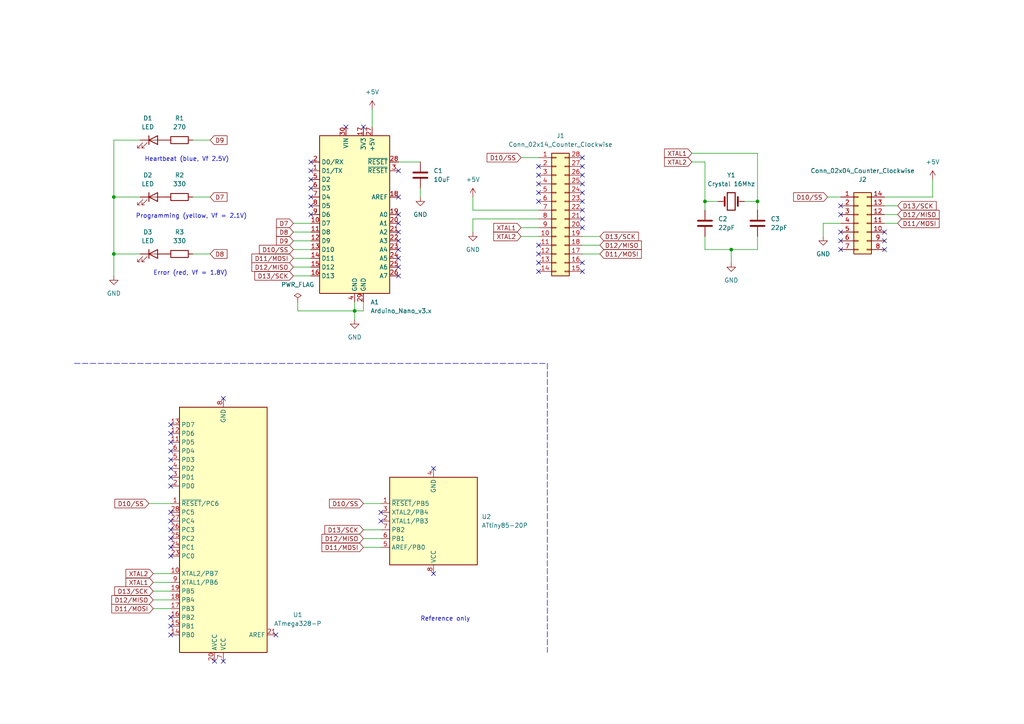
<source format=kicad_sch>
(kicad_sch (version 20211123) (generator eeschema)
  (paper "A4")
  (lib_symbols
    (symbol "Connector_Generic:Conn_02x07_Counter_Clockwise" (pin_names (offset 1.016) hide)
      (property "Reference" "J" (at 1.27 10.16 0))
      (property "Value" "Conn_02x07_Counter_Clockwise" (at 1.27 -10.16 0))
      (symbol "Conn_02x07_Counter_Clockwise_1_1"
        (rectangle (start -1.27 -7.493) (end 0 -7.747) (stroke (width 0.1524)))
        (rectangle (start -1.27 -4.953) (end 0 -5.207) (stroke (width 0.1524)))
        (rectangle (start -1.27 -2.413) (end 0 -2.667) (stroke (width 0.1524)))
        (rectangle (start -1.27 0.127) (end 0 -0.127) (stroke (width 0.1524)))
        (rectangle (start -1.27 2.667) (end 0 2.413) (stroke (width 0.1524)))
        (rectangle (start -1.27 5.207) (end 0 4.953) (stroke (width 0.1524)))
        (rectangle (start -1.27 7.747) (end 0 7.493) (stroke (width 0.1524)))
        (rectangle (start -1.27 8.89) (end 3.81 -8.89) (stroke (width 0.254)) (fill (type background)))
        (rectangle (start 3.81 -7.493) (end 2.54 -7.747) (stroke (width 0.1524)))
        (rectangle (start 3.81 -4.953) (end 2.54 -5.207) (stroke (width 0.1524)))
        (rectangle (start 3.81 -2.413) (end 2.54 -2.667) (stroke (width 0.1524)))
        (rectangle (start 3.81 0.127) (end 2.54 -0.127) (stroke (width 0.1524)))
        (rectangle (start 3.81 2.667) (end 2.54 2.413) (stroke (width 0.1524)))
        (rectangle (start 3.81 5.207) (end 2.54 4.953) (stroke (width 0.1524)))
        (rectangle (start 3.81 7.747) (end 2.54 7.493) (stroke (width 0.1524)))
        (pin passive line (at -5.08 7.62 0) (length 3.81) (name "Pin_1") (number "1"))
        (pin passive line (at 7.62 -2.54 180) (length 3.81) (name "Pin_10") (number "10"))
        (pin passive line (at 7.62 0 180) (length 3.81) (name "Pin_11") (number "11"))
        (pin passive line (at 7.62 2.54 180) (length 3.81) (name "Pin_12") (number "12"))
        (pin passive line (at 7.62 5.08 180) (length 3.81) (name "Pin_13") (number "13"))
        (pin passive line (at 7.62 7.62 180) (length 3.81) (name "Pin_14") (number "14"))
        (pin passive line (at -5.08 5.08 0) (length 3.81) (name "Pin_2") (number "2"))
        (pin passive line (at -5.08 2.54 0) (length 3.81) (name "Pin_3") (number "3"))
        (pin passive line (at -5.08 0 0) (length 3.81) (name "Pin_4") (number "4"))
        (pin passive line (at -5.08 -2.54 0) (length 3.81) (name "Pin_5") (number "5"))
        (pin passive line (at -5.08 -5.08 0) (length 3.81) (name "Pin_6") (number "6"))
        (pin passive line (at -5.08 -7.62 0) (length 3.81) (name "Pin_7") (number "7"))
        (pin passive line (at 7.62 -7.62 180) (length 3.81) (name "Pin_8") (number "8"))
        (pin passive line (at 7.62 -5.08 180) (length 3.81) (name "Pin_9") (number "9"))
      )
    )
    (symbol "Connector_Generic:Conn_02x14_Counter_Clockwise" (pin_names (offset 1.016) hide)
      (property "Reference" "J" (at 1.27 17.78 0))
      (property "Value" "Conn_02x14_Counter_Clockwise" (at 1.27 -20.32 0))
      (symbol "Conn_02x14_Counter_Clockwise_1_1"
        (rectangle (start -1.27 -17.653) (end 0 -17.907) (stroke (width 0.1524)))
        (rectangle (start -1.27 -15.113) (end 0 -15.367) (stroke (width 0.1524)))
        (rectangle (start -1.27 -12.573) (end 0 -12.827) (stroke (width 0.1524)))
        (rectangle (start -1.27 -10.033) (end 0 -10.287) (stroke (width 0.1524)))
        (rectangle (start -1.27 -7.493) (end 0 -7.747) (stroke (width 0.1524)))
        (rectangle (start -1.27 -4.953) (end 0 -5.207) (stroke (width 0.1524)))
        (rectangle (start -1.27 -2.413) (end 0 -2.667) (stroke (width 0.1524)))
        (rectangle (start -1.27 0.127) (end 0 -0.127) (stroke (width 0.1524)))
        (rectangle (start -1.27 2.667) (end 0 2.413) (stroke (width 0.1524)))
        (rectangle (start -1.27 5.207) (end 0 4.953) (stroke (width 0.1524)))
        (rectangle (start -1.27 7.747) (end 0 7.493) (stroke (width 0.1524)))
        (rectangle (start -1.27 10.287) (end 0 10.033) (stroke (width 0.1524)))
        (rectangle (start -1.27 12.827) (end 0 12.573) (stroke (width 0.1524)))
        (rectangle (start -1.27 15.367) (end 0 15.113) (stroke (width 0.1524)))
        (rectangle (start -1.27 16.51) (end 3.81 -19.05) (stroke (width 0.254)) (fill (type background)))
        (rectangle (start 3.81 -17.653) (end 2.54 -17.907) (stroke (width 0.1524)))
        (rectangle (start 3.81 -15.113) (end 2.54 -15.367) (stroke (width 0.1524)))
        (rectangle (start 3.81 -12.573) (end 2.54 -12.827) (stroke (width 0.1524)))
        (rectangle (start 3.81 -10.033) (end 2.54 -10.287) (stroke (width 0.1524)))
        (rectangle (start 3.81 -7.493) (end 2.54 -7.747) (stroke (width 0.1524)))
        (rectangle (start 3.81 -4.953) (end 2.54 -5.207) (stroke (width 0.1524)))
        (rectangle (start 3.81 -2.413) (end 2.54 -2.667) (stroke (width 0.1524)))
        (rectangle (start 3.81 0.127) (end 2.54 -0.127) (stroke (width 0.1524)))
        (rectangle (start 3.81 2.667) (end 2.54 2.413) (stroke (width 0.1524)))
        (rectangle (start 3.81 5.207) (end 2.54 4.953) (stroke (width 0.1524)))
        (rectangle (start 3.81 7.747) (end 2.54 7.493) (stroke (width 0.1524)))
        (rectangle (start 3.81 10.287) (end 2.54 10.033) (stroke (width 0.1524)))
        (rectangle (start 3.81 12.827) (end 2.54 12.573) (stroke (width 0.1524)))
        (rectangle (start 3.81 15.367) (end 2.54 15.113) (stroke (width 0.1524)))
        (pin passive line (at -5.08 15.24 0) (length 3.81) (name "Pin_1") (number "1"))
        (pin passive line (at -5.08 -7.62 0) (length 3.81) (name "Pin_10") (number "10"))
        (pin passive line (at -5.08 -10.16 0) (length 3.81) (name "Pin_11") (number "11"))
        (pin passive line (at -5.08 -12.7 0) (length 3.81) (name "Pin_12") (number "12"))
        (pin passive line (at -5.08 -15.24 0) (length 3.81) (name "Pin_13") (number "13"))
        (pin passive line (at -5.08 -17.78 0) (length 3.81) (name "Pin_14") (number "14"))
        (pin passive line (at 7.62 -17.78 180) (length 3.81) (name "Pin_15") (number "15"))
        (pin passive line (at 7.62 -15.24 180) (length 3.81) (name "Pin_16") (number "16"))
        (pin passive line (at 7.62 -12.7 180) (length 3.81) (name "Pin_17") (number "17"))
        (pin passive line (at 7.62 -10.16 180) (length 3.81) (name "Pin_18") (number "18"))
        (pin passive line (at 7.62 -7.62 180) (length 3.81) (name "Pin_19") (number "19"))
        (pin passive line (at -5.08 12.7 0) (length 3.81) (name "Pin_2") (number "2"))
        (pin passive line (at 7.62 -5.08 180) (length 3.81) (name "Pin_20") (number "20"))
        (pin passive line (at 7.62 -2.54 180) (length 3.81) (name "Pin_21") (number "21"))
        (pin passive line (at 7.62 0 180) (length 3.81) (name "Pin_22") (number "22"))
        (pin passive line (at 7.62 2.54 180) (length 3.81) (name "Pin_23") (number "23"))
        (pin passive line (at 7.62 5.08 180) (length 3.81) (name "Pin_24") (number "24"))
        (pin passive line (at 7.62 7.62 180) (length 3.81) (name "Pin_25") (number "25"))
        (pin passive line (at 7.62 10.16 180) (length 3.81) (name "Pin_26") (number "26"))
        (pin passive line (at 7.62 12.7 180) (length 3.81) (name "Pin_27") (number "27"))
        (pin passive line (at 7.62 15.24 180) (length 3.81) (name "Pin_28") (number "28"))
        (pin passive line (at -5.08 10.16 0) (length 3.81) (name "Pin_3") (number "3"))
        (pin passive line (at -5.08 7.62 0) (length 3.81) (name "Pin_4") (number "4"))
        (pin passive line (at -5.08 5.08 0) (length 3.81) (name "Pin_5") (number "5"))
        (pin passive line (at -5.08 2.54 0) (length 3.81) (name "Pin_6") (number "6"))
        (pin passive line (at -5.08 0 0) (length 3.81) (name "Pin_7") (number "7"))
        (pin passive line (at -5.08 -2.54 0) (length 3.81) (name "Pin_8") (number "8"))
        (pin passive line (at -5.08 -5.08 0) (length 3.81) (name "Pin_9") (number "9"))
      )
    )
    (symbol "Device:C" (pin_numbers hide) (pin_names (offset 0.254))
      (property "Reference" "C" (at 0.635 2.54 0))
      (property "Value" "C" (at 0.635 -2.54 0))
      (symbol "C_0_1"
        (polyline (pts (xy -2.032 -0.762) (xy 2.032 -0.762)) (stroke (width 0.508)))
        (polyline (pts (xy -2.032 0.762) (xy 2.032 0.762)) (stroke (width 0.508)))
      )
      (symbol "C_1_1"
        (pin passive line (at 0 3.81 270) (length 2.794) (name "~") (number "1"))
        (pin passive line (at 0 -3.81 90) (length 2.794) (name "~") (number "2"))
      )
    )
    (symbol "Device:Crystal" (pin_numbers hide) (pin_names (offset 1.016) hide)
      (property "Reference" "Y" (at 0 3.81 0))
      (property "Value" "Crystal" (at 0 -3.81 0))
      (symbol "Crystal_0_1"
        (rectangle (start -1.143 2.54) (end 1.143 -2.54) (stroke (width 0.3048)))
        (polyline (pts (xy -2.54 0) (xy -1.905 0)))
        (polyline (pts (xy -1.905 -1.27) (xy -1.905 1.27)) (stroke (width 0.508)))
        (polyline (pts (xy 1.905 -1.27) (xy 1.905 1.27)) (stroke (width 0.508)))
        (polyline (pts (xy 2.54 0) (xy 1.905 0)))
      )
      (symbol "Crystal_1_1"
        (pin passive line (at -3.81 0 0) (length 1.27) (name "1") (number "1"))
        (pin passive line (at 3.81 0 180) (length 1.27) (name "2") (number "2"))
      )
    )
    (symbol "Device:LED" (pin_numbers hide) (pin_names (offset 1.016) hide)
      (property "Reference" "D" (at 0 2.54 0))
      (property "Value" "LED" (at 0 -2.54 0))
      (symbol "LED_0_1"
        (polyline (pts (xy -1.27 -1.27) (xy -1.27 1.27)) (stroke (width 0.254)))
        (polyline (pts (xy -1.27 0) (xy 1.27 0)))
        (polyline (pts (xy 1.27 -1.27) (xy 1.27 1.27) (xy -1.27 0) (xy 1.27 -1.27)) (stroke (width 0.254)))
        (polyline (pts (xy -3.048 -0.762) (xy -4.572 -2.286) (xy -3.81 -2.286) (xy -4.572 -2.286) (xy -4.572 -1.524)))
        (polyline (pts (xy -1.778 -0.762) (xy -3.302 -2.286) (xy -2.54 -2.286) (xy -3.302 -2.286) (xy -3.302 -1.524)))
      )
      (symbol "LED_1_1"
        (pin passive line (at -3.81 0 0) (length 2.54) (name "K") (number "1"))
        (pin passive line (at 3.81 0 180) (length 2.54) (name "A") (number "2"))
      )
    )
    (symbol "Device:R" (pin_numbers hide) (pin_names (offset 0))
      (property "Reference" "R" (at 2.032 0 90))
      (property "Value" "R" (at 0 0 90))
      (symbol "R_0_1"
        (rectangle (start -1.016 -2.54) (end 1.016 2.54) (stroke (width 0.254)))
      )
      (symbol "R_1_1"
        (pin passive line (at 0 3.81 270) (length 1.27) (name "~") (number "1"))
        (pin passive line (at 0 -3.81 90) (length 1.27) (name "~") (number "2"))
      )
    )
    (symbol "MCU_Microchip_ATmega:ATmega328-P"
      (property "Reference" "U" (at -12.7 36.83 0))
      (property "Value" "ATmega328-P" (at 2.54 -36.83 0))
      (symbol "ATmega328-P_0_1"
        (rectangle (start -12.7 -35.56) (end 12.7 35.56) (stroke (width 0.254)) (fill (type background)))
      )
      (symbol "ATmega328-P_1_1"
        (pin bidirectional line (at 15.24 -7.62 180) (length 2.54) (name "~{RESET}/PC6") (number "1"))
        (pin bidirectional line (at 15.24 12.7 180) (length 2.54) (name "XTAL2/PB7") (number "10"))
        (pin bidirectional line (at 15.24 -25.4 180) (length 2.54) (name "PD5") (number "11"))
        (pin bidirectional line (at 15.24 -27.94 180) (length 2.54) (name "PD6") (number "12"))
        (pin bidirectional line (at 15.24 -30.48 180) (length 2.54) (name "PD7") (number "13"))
        (pin bidirectional line (at 15.24 30.48 180) (length 2.54) (name "PB0") (number "14"))
        (pin bidirectional line (at 15.24 27.94 180) (length 2.54) (name "PB1") (number "15"))
        (pin bidirectional line (at 15.24 25.4 180) (length 2.54) (name "PB2") (number "16"))
        (pin bidirectional line (at 15.24 22.86 180) (length 2.54) (name "PB3") (number "17"))
        (pin bidirectional line (at 15.24 20.32 180) (length 2.54) (name "PB4") (number "18"))
        (pin bidirectional line (at 15.24 17.78 180) (length 2.54) (name "PB5") (number "19"))
        (pin bidirectional line (at 15.24 -12.7 180) (length 2.54) (name "PD0") (number "2"))
        (pin power_in line (at 2.54 38.1 270) (length 2.54) (name "AVCC") (number "20"))
        (pin passive line (at -15.24 30.48 0) (length 2.54) (name "AREF") (number "21"))
        (pin passive line (at 0 -38.1 90) (length 2.54) hide (name "GND") (number "22"))
        (pin bidirectional line (at 15.24 7.62 180) (length 2.54) (name "PC0") (number "23"))
        (pin bidirectional line (at 15.24 5.08 180) (length 2.54) (name "PC1") (number "24"))
        (pin bidirectional line (at 15.24 2.54 180) (length 2.54) (name "PC2") (number "25"))
        (pin bidirectional line (at 15.24 0 180) (length 2.54) (name "PC3") (number "26"))
        (pin bidirectional line (at 15.24 -2.54 180) (length 2.54) (name "PC4") (number "27"))
        (pin bidirectional line (at 15.24 -5.08 180) (length 2.54) (name "PC5") (number "28"))
        (pin bidirectional line (at 15.24 -15.24 180) (length 2.54) (name "PD1") (number "3"))
        (pin bidirectional line (at 15.24 -17.78 180) (length 2.54) (name "PD2") (number "4"))
        (pin bidirectional line (at 15.24 -20.32 180) (length 2.54) (name "PD3") (number "5"))
        (pin bidirectional line (at 15.24 -22.86 180) (length 2.54) (name "PD4") (number "6"))
        (pin power_in line (at 0 38.1 270) (length 2.54) (name "VCC") (number "7"))
        (pin power_in line (at 0 -38.1 90) (length 2.54) (name "GND") (number "8"))
        (pin bidirectional line (at 15.24 15.24 180) (length 2.54) (name "XTAL1/PB6") (number "9"))
      )
    )
    (symbol "MCU_Microchip_ATtiny:ATtiny85-20P"
      (property "Reference" "U" (at -12.7 13.97 0))
      (property "Value" "ATtiny85-20P" (at 2.54 -13.97 0))
      (symbol "ATtiny85-20P_0_1"
        (rectangle (start -12.7 -12.7) (end 12.7 12.7) (stroke (width 0.254)) (fill (type background)))
      )
      (symbol "ATtiny85-20P_1_1"
        (pin bidirectional line (at 15.24 -5.08 180) (length 2.54) (name "~{RESET}/PB5") (number "1"))
        (pin bidirectional line (at 15.24 0 180) (length 2.54) (name "XTAL1/PB3") (number "2"))
        (pin bidirectional line (at 15.24 -2.54 180) (length 2.54) (name "XTAL2/PB4") (number "3"))
        (pin power_in line (at 0 -15.24 90) (length 2.54) (name "GND") (number "4"))
        (pin bidirectional line (at 15.24 7.62 180) (length 2.54) (name "AREF/PB0") (number "5"))
        (pin bidirectional line (at 15.24 5.08 180) (length 2.54) (name "PB1") (number "6"))
        (pin bidirectional line (at 15.24 2.54 180) (length 2.54) (name "PB2") (number "7"))
        (pin power_in line (at 0 15.24 270) (length 2.54) (name "VCC") (number "8"))
      )
    )
    (symbol "MCU_Module:Arduino_Nano_v3.x"
      (property "Reference" "A" (at -10.16 23.495 0))
      (property "Value" "Arduino_Nano_v3.x" (at 5.08 -24.13 0))
      (symbol "Arduino_Nano_v3.x_0_1"
        (rectangle (start -10.16 22.86) (end 10.16 -22.86) (stroke (width 0.254)) (fill (type background)))
      )
      (symbol "Arduino_Nano_v3.x_1_1"
        (pin bidirectional line (at -12.7 12.7 0) (length 2.54) (name "D1/TX") (number "1"))
        (pin bidirectional line (at -12.7 -2.54 0) (length 2.54) (name "D7") (number "10"))
        (pin bidirectional line (at -12.7 -5.08 0) (length 2.54) (name "D8") (number "11"))
        (pin bidirectional line (at -12.7 -7.62 0) (length 2.54) (name "D9") (number "12"))
        (pin bidirectional line (at -12.7 -10.16 0) (length 2.54) (name "D10") (number "13"))
        (pin bidirectional line (at -12.7 -12.7 0) (length 2.54) (name "D11") (number "14"))
        (pin bidirectional line (at -12.7 -15.24 0) (length 2.54) (name "D12") (number "15"))
        (pin bidirectional line (at -12.7 -17.78 0) (length 2.54) (name "D13") (number "16"))
        (pin power_out line (at 2.54 25.4 270) (length 2.54) (name "3V3") (number "17"))
        (pin input line (at 12.7 5.08 180) (length 2.54) (name "AREF") (number "18"))
        (pin bidirectional line (at 12.7 0 180) (length 2.54) (name "A0") (number "19"))
        (pin bidirectional line (at -12.7 15.24 0) (length 2.54) (name "D0/RX") (number "2"))
        (pin bidirectional line (at 12.7 -2.54 180) (length 2.54) (name "A1") (number "20"))
        (pin bidirectional line (at 12.7 -5.08 180) (length 2.54) (name "A2") (number "21"))
        (pin bidirectional line (at 12.7 -7.62 180) (length 2.54) (name "A3") (number "22"))
        (pin bidirectional line (at 12.7 -10.16 180) (length 2.54) (name "A4") (number "23"))
        (pin bidirectional line (at 12.7 -12.7 180) (length 2.54) (name "A5") (number "24"))
        (pin bidirectional line (at 12.7 -15.24 180) (length 2.54) (name "A6") (number "25"))
        (pin bidirectional line (at 12.7 -17.78 180) (length 2.54) (name "A7") (number "26"))
        (pin power_out line (at 5.08 25.4 270) (length 2.54) (name "+5V") (number "27"))
        (pin input line (at 12.7 15.24 180) (length 2.54) (name "~{RESET}") (number "28"))
        (pin power_in line (at 2.54 -25.4 90) (length 2.54) (name "GND") (number "29"))
        (pin input line (at 12.7 12.7 180) (length 2.54) (name "~{RESET}") (number "3"))
        (pin power_in line (at -2.54 25.4 270) (length 2.54) (name "VIN") (number "30"))
        (pin power_in line (at 0 -25.4 90) (length 2.54) (name "GND") (number "4"))
        (pin bidirectional line (at -12.7 10.16 0) (length 2.54) (name "D2") (number "5"))
        (pin bidirectional line (at -12.7 7.62 0) (length 2.54) (name "D3") (number "6"))
        (pin bidirectional line (at -12.7 5.08 0) (length 2.54) (name "D4") (number "7"))
        (pin bidirectional line (at -12.7 2.54 0) (length 2.54) (name "D5") (number "8"))
        (pin bidirectional line (at -12.7 0 0) (length 2.54) (name "D6") (number "9"))
      )
    )
    (symbol "power:+5V" (power) (pin_names (offset 0))
      (property "Value" "+5V" (at 0 3.556 0))
      (symbol "+5V_0_1"
        (polyline (pts (xy -0.762 1.27) (xy 0 2.54)))
        (polyline (pts (xy 0 0) (xy 0 2.54)))
        (polyline (pts (xy 0 2.54) (xy 0.762 1.27)))
      )
      (symbol "+5V_1_1"
        (pin power_in line (at 0 0 90) (length 0) hide (name "+5V") (number "1"))
      )
    )
    (symbol "power:GND" (power) (pin_names (offset 0))
      (property "Value" "GND" (at 0 -3.81 0))
      (symbol "GND_0_1"
        (polyline (pts (xy 0 0) (xy 0 -1.27) (xy 1.27 -1.27) (xy 0 -2.54) (xy -1.27 -1.27) (xy 0 -1.27)))
      )
      (symbol "GND_1_1"
        (pin power_in line (at 0 0 270) (length 0) hide (name "GND") (number "1"))
      )
    )
    (symbol "power:PWR_FLAG" (power) (pin_numbers hide) (pin_names (offset 0) hide)
      (property "Value" "PWR_FLAG" (at 0 3.81 0))
      (symbol "PWR_FLAG_0_0"
        (pin power_out line (at 0 0 90) (length 0) (name "pwr") (number "1"))
      )
      (symbol "PWR_FLAG_0_1"
        (polyline (pts (xy 0 0) (xy 0 1.27) (xy -1.016 1.905) (xy 0 2.54) (xy 1.016 1.905) (xy 0 1.27)))
      )
    )
  )
  (junction (at 212.09 72.39))
  (junction (at 33.02 73.66))
  (junction (at 33.02 57.15))
  (junction (at 219.71 58.42))
  (junction (at 102.87 90.17))
  (junction (at 204.47 58.42))
  (no_connect (at 64.77 191.77))
  (no_connect (at 125.73 166.37))
  (no_connect (at 125.73 135.89))
  (no_connect (at 64.77 115.57))
  (no_connect (at 100.33 36.83))
  (no_connect (at 256.54 67.31))
  (no_connect (at 243.84 67.31))
  (no_connect (at 105.41 36.83))
  (no_connect (at 256.54 69.85))
  (no_connect (at 243.84 72.39))
  (no_connect (at 90.17 46.99))
  (no_connect (at 90.17 49.53))
  (no_connect (at 90.17 52.07))
  (no_connect (at 156.21 48.26))
  (no_connect (at 156.21 50.8))
  (no_connect (at 156.21 71.12))
  (no_connect (at 156.21 73.66))
  (no_connect (at 156.21 76.2))
  (no_connect (at 156.21 78.74))
  (no_connect (at 168.91 78.74))
  (no_connect (at 168.91 76.2))
  (no_connect (at 168.91 66.04))
  (no_connect (at 156.21 53.34))
  (no_connect (at 156.21 55.88))
  (no_connect (at 156.21 58.42))
  (no_connect (at 168.91 53.34))
  (no_connect (at 168.91 45.72))
  (no_connect (at 168.91 48.26))
  (no_connect (at 49.53 123.19))
  (no_connect (at 49.53 125.73))
  (no_connect (at 49.53 128.27))
  (no_connect (at 49.53 130.81))
  (no_connect (at 49.53 133.35))
  (no_connect (at 49.53 140.97))
  (no_connect (at 110.49 151.13))
  (no_connect (at 49.53 135.89))
  (no_connect (at 49.53 138.43))
  (no_connect (at 90.17 54.61))
  (no_connect (at 90.17 57.15))
  (no_connect (at 115.57 64.77))
  (no_connect (at 115.57 67.31))
  (no_connect (at 115.57 69.85))
  (no_connect (at 115.57 72.39))
  (no_connect (at 115.57 74.93))
  (no_connect (at 115.57 77.47))
  (no_connect (at 115.57 80.01))
  (no_connect (at 90.17 59.69))
  (no_connect (at 90.17 62.23))
  (no_connect (at 115.57 49.53))
  (no_connect (at 115.57 57.15))
  (no_connect (at 115.57 62.23))
  (no_connect (at 168.91 63.5))
  (no_connect (at 168.91 60.96))
  (no_connect (at 243.84 69.85))
  (no_connect (at 110.49 148.59))
  (no_connect (at 168.91 50.8))
  (no_connect (at 168.91 55.88))
  (no_connect (at 243.84 59.69))
  (no_connect (at 243.84 62.23))
  (no_connect (at 168.91 58.42))
  (no_connect (at 49.53 161.29))
  (no_connect (at 49.53 158.75))
  (no_connect (at 49.53 156.21))
  (no_connect (at 49.53 153.67))
  (no_connect (at 49.53 151.13))
  (no_connect (at 49.53 148.59))
  (no_connect (at 49.53 179.07))
  (no_connect (at 49.53 181.61))
  (no_connect (at 49.53 184.15))
  (no_connect (at 80.01 184.15))
  (no_connect (at 256.54 72.39))
  (no_connect (at 62.23 191.77))
  (wire (pts (xy 256.54 59.69) (xy 260.35 59.69)))
  (wire (pts (xy 44.45 171.45) (xy 49.53 171.45)))
  (wire (pts (xy 105.41 156.21) (xy 110.49 156.21)))
  (wire (pts (xy 256.54 57.15) (xy 270.51 57.15)))
  (wire (pts (xy 151.13 45.72) (xy 156.21 45.72)))
  (wire (pts (xy 44.45 166.37) (xy 49.53 166.37)))
  (wire (pts (xy 137.16 60.96) (xy 156.21 60.96)))
  (wire (pts (xy 204.47 68.58) (xy 204.47 72.39)))
  (wire (pts (xy 105.41 87.63) (xy 105.41 90.17)))
  (wire (pts (xy 33.02 73.66) (xy 33.02 80.01)))
  (wire (pts (xy 215.9 58.42) (xy 219.71 58.42)))
  (wire (pts (xy 33.02 57.15) (xy 33.02 73.66)))
  (wire (pts (xy 85.09 80.01) (xy 90.17 80.01)))
  (wire (pts (xy 137.16 63.5) (xy 137.16 67.31)))
  (wire (pts (xy 55.88 40.64) (xy 60.96 40.64)))
  (wire (pts (xy 85.09 72.39) (xy 90.17 72.39)))
  (wire (pts (xy 156.21 63.5) (xy 137.16 63.5)))
  (wire (pts (xy 200.66 44.45) (xy 219.71 44.45)))
  (wire (pts (xy 44.45 176.53) (xy 49.53 176.53)))
  (polyline (pts (xy 21.59 105.41) (xy 158.75 105.41)))
  (wire (pts (xy 105.41 90.17) (xy 102.87 90.17)))
  (wire (pts (xy 168.91 71.12) (xy 173.99 71.12)))
  (wire (pts (xy 168.91 73.66) (xy 173.99 73.66)))
  (wire (pts (xy 40.64 40.64) (xy 33.02 40.64)))
  (wire (pts (xy 204.47 72.39) (xy 212.09 72.39)))
  (wire (pts (xy 55.88 57.15) (xy 60.96 57.15)))
  (wire (pts (xy 102.87 87.63) (xy 102.87 90.17)))
  (wire (pts (xy 44.45 173.99) (xy 49.53 173.99)))
  (wire (pts (xy 86.36 90.17) (xy 102.87 90.17)))
  (wire (pts (xy 204.47 58.42) (xy 208.28 58.42)))
  (wire (pts (xy 121.92 54.61) (xy 121.92 57.15)))
  (wire (pts (xy 107.95 31.75) (xy 107.95 36.83)))
  (wire (pts (xy 85.09 64.77) (xy 90.17 64.77)))
  (wire (pts (xy 85.09 67.31) (xy 90.17 67.31)))
  (wire (pts (xy 200.66 46.99) (xy 204.47 46.99)))
  (wire (pts (xy 219.71 72.39) (xy 219.71 68.58)))
  (wire (pts (xy 219.71 44.45) (xy 219.71 58.42)))
  (wire (pts (xy 137.16 57.15) (xy 137.16 60.96)))
  (wire (pts (xy 55.88 73.66) (xy 60.96 73.66)))
  (polyline (pts (xy 158.75 105.41) (xy 158.75 189.23)))
  (wire (pts (xy 33.02 73.66) (xy 40.64 73.66)))
  (wire (pts (xy 240.03 57.15) (xy 243.84 57.15)))
  (wire (pts (xy 105.41 153.67) (xy 110.49 153.67)))
  (wire (pts (xy 256.54 64.77) (xy 260.35 64.77)))
  (wire (pts (xy 168.91 68.58) (xy 173.99 68.58)))
  (wire (pts (xy 33.02 40.64) (xy 33.02 57.15)))
  (wire (pts (xy 219.71 58.42) (xy 219.71 60.96)))
  (wire (pts (xy 102.87 90.17) (xy 102.87 92.71)))
  (wire (pts (xy 212.09 72.39) (xy 219.71 72.39)))
  (wire (pts (xy 43.18 146.05) (xy 49.53 146.05)))
  (wire (pts (xy 85.09 74.93) (xy 90.17 74.93)))
  (wire (pts (xy 105.41 158.75) (xy 110.49 158.75)))
  (wire (pts (xy 85.09 69.85) (xy 90.17 69.85)))
  (wire (pts (xy 256.54 62.23) (xy 260.35 62.23)))
  (wire (pts (xy 44.45 168.91) (xy 49.53 168.91)))
  (wire (pts (xy 270.51 57.15) (xy 270.51 52.07)))
  (wire (pts (xy 151.13 68.58) (xy 156.21 68.58)))
  (wire (pts (xy 115.57 46.99) (xy 121.92 46.99)))
  (wire (pts (xy 212.09 72.39) (xy 212.09 76.2)))
  (wire (pts (xy 85.09 77.47) (xy 90.17 77.47)))
  (wire (pts (xy 105.41 146.05) (xy 110.49 146.05)))
  (wire (pts (xy 243.84 64.77) (xy 238.76 64.77)))
  (wire (pts (xy 151.13 66.04) (xy 156.21 66.04)))
  (wire (pts (xy 33.02 57.15) (xy 40.64 57.15)))
  (wire (pts (xy 204.47 46.99) (xy 204.47 58.42)))
  (wire (pts (xy 238.76 64.77) (xy 238.76 68.58)))
  (wire (pts (xy 86.36 87.63) (xy 86.36 90.17)))
  (wire (pts (xy 204.47 60.96) (xy 204.47 58.42)))
  (text "Heartbeat (blue, Vf 2.5V)" (at 41.91 46.99 0) (effects (font (size 1.27 1.27)) (justify left bottom)))
  (text "Reference only" (at 121.92 180.34 0) (effects (font (size 1.27 1.27)) (justify left bottom)))
  (text "Error (red, Vf = 1.8V)" (at 44.45 80.01 0) (effects (font (size 1.27 1.27)) (justify left bottom)))
  (text "Programming (yellow, Vf = 2.1V)" (at 39.37 63.5 0) (effects (font (size 1.27 1.27)) (justify left bottom)))
  (global_label "D12{slash}MISO" (shape input) (at 85.09 77.47 180) (property "Intersheet References" "${INTERSHEET_REFS}" (effects hide)))
  (global_label "D13{slash}SCK" (shape input) (at 105.41 153.67 180) (property "Intersheet References" "${INTERSHEET_REFS}" (effects hide)))
  (global_label "D12{slash}MISO" (shape input) (at 260.35 62.23 0) (property "Intersheet References" "${INTERSHEET_REFS}" (effects hide)))
  (global_label "D8" (shape input) (at 60.96 73.66 0) (property "Intersheet References" "${INTERSHEET_REFS}" (effects hide)))
  (global_label "D9" (shape input) (at 85.09 69.85 180) (property "Intersheet References" "${INTERSHEET_REFS}" (effects hide)))
  (global_label "D13{slash}SCK" (shape input) (at 85.09 80.01 180) (property "Intersheet References" "${INTERSHEET_REFS}" (effects hide)))
  (global_label "D10{slash}SS" (shape input) (at 85.09 72.39 180) (property "Intersheet References" "${INTERSHEET_REFS}" (effects hide)))
  (global_label "D9" (shape input) (at 60.96 40.64 0) (property "Intersheet References" "${INTERSHEET_REFS}" (effects hide)))
  (global_label "D11{slash}MOSI" (shape input) (at 173.99 73.66 0) (property "Intersheet References" "${INTERSHEET_REFS}" (effects hide)))
  (global_label "XTAL2" (shape input) (at 200.66 46.99 180) (property "Intersheet References" "${INTERSHEET_REFS}" (effects hide)))
  (global_label "D12{slash}MISO" (shape input) (at 105.41 156.21 180) (property "Intersheet References" "${INTERSHEET_REFS}" (effects hide)))
  (global_label "D11{slash}MOSI" (shape input) (at 44.45 176.53 180) (property "Intersheet References" "${INTERSHEET_REFS}" (effects hide)))
  (global_label "D11{slash}MOSI" (shape input) (at 85.09 74.93 180) (property "Intersheet References" "${INTERSHEET_REFS}" (effects hide)))
  (global_label "D8" (shape input) (at 85.09 67.31 180) (property "Intersheet References" "${INTERSHEET_REFS}" (effects hide)))
  (global_label "D13{slash}SCK" (shape input) (at 260.35 59.69 0) (property "Intersheet References" "${INTERSHEET_REFS}" (effects hide)))
  (global_label "D10{slash}SS" (shape input) (at 240.03 57.15 180) (property "Intersheet References" "${INTERSHEET_REFS}" (effects hide)))
  (global_label "D10{slash}SS" (shape input) (at 105.41 146.05 180) (property "Intersheet References" "${INTERSHEET_REFS}" (effects hide)))
  (global_label "D13{slash}SCK" (shape input) (at 44.45 171.45 180) (property "Intersheet References" "${INTERSHEET_REFS}" (effects hide)))
  (global_label "XTAL2" (shape input) (at 151.13 68.58 180) (property "Intersheet References" "${INTERSHEET_REFS}" (effects hide)))
  (global_label "D12{slash}MISO" (shape input) (at 173.99 71.12 0) (property "Intersheet References" "${INTERSHEET_REFS}" (effects hide)))
  (global_label "XTAL1" (shape input) (at 200.66 44.45 180) (property "Intersheet References" "${INTERSHEET_REFS}" (effects hide)))
  (global_label "D10{slash}SS" (shape input) (at 151.13 45.72 180) (property "Intersheet References" "${INTERSHEET_REFS}" (effects hide)))
  (global_label "D7" (shape input) (at 60.96 57.15 0) (property "Intersheet References" "${INTERSHEET_REFS}" (effects hide)))
  (global_label "XTAL2" (shape input) (at 44.45 166.37 180) (property "Intersheet References" "${INTERSHEET_REFS}" (effects hide)))
  (global_label "XTAL1" (shape input) (at 44.45 168.91 180) (property "Intersheet References" "${INTERSHEET_REFS}" (effects hide)))
  (global_label "D13{slash}SCK" (shape input) (at 173.99 68.58 0) (property "Intersheet References" "${INTERSHEET_REFS}" (effects hide)))
  (global_label "D11{slash}MOSI" (shape input) (at 260.35 64.77 0) (property "Intersheet References" "${INTERSHEET_REFS}" (effects hide)))
  (global_label "D7" (shape input) (at 85.09 64.77 180) (property "Intersheet References" "${INTERSHEET_REFS}" (effects hide)))
  (global_label "D10{slash}SS" (shape input) (at 43.18 146.05 180) (property "Intersheet References" "${INTERSHEET_REFS}" (effects hide)))
  (global_label "XTAL1" (shape input) (at 151.13 66.04 180) (property "Intersheet References" "${INTERSHEET_REFS}" (effects hide)))
  (global_label "D11{slash}MOSI" (shape input) (at 105.41 158.75 180) (property "Intersheet References" "${INTERSHEET_REFS}" (effects hide)))
  (global_label "D12{slash}MISO" (shape input) (at 44.45 173.99 180) (property "Intersheet References" "${INTERSHEET_REFS}" (effects hide)))
  (symbol (lib_id "Device:Crystal") (at 212.09 58.42 0) (unit 1)
    (property "Reference" "Y1" (at 212.09 50.8 0))
    (property "Value" "Crystal 16Mhz" (at 212.09 53.34 0))
    (property "Footprint" "Crystal:Crystal_HC18-U_Vertical" (effects hide))
  )
  (symbol (lib_id "MCU_Microchip_ATtiny:ATtiny85-20P") (at 125.73 151.13 180) (unit 1) (in_bom no) (on_board no)
    (property "Reference" "U2" (at 139.7 149.8599 0) (effects (justify right)))
    (property "Value" "ATtiny85-20P" (at 139.7 152.3999 0) (effects (justify right)))
    (property "Footprint" "Package_DIP:DIP-8_W7.62mm" (effects hide))
    (property "Datasheet" "http://ww1.microchip.com/downloads/en/DeviceDoc/atmel-2586-avr-8-bit-microcontroller-attiny25-attiny45-attiny85_datasheet.pdf" (effects hide))
  )
  (symbol (lib_id "power:GND") (at 121.92 57.15 0) (unit 1)
    (property "Reference" "#PWR04" (effects hide))
    (property "Value" "GND" (at 121.92 62.23 0))
  )
  (symbol (lib_id "Device:R") (at 52.07 73.66 90) (unit 1)
    (property "Reference" "R3" (at 52.07 67.31 90))
    (property "Value" "330" (at 52.07 69.85 90))
    (property "Footprint" "Resistor_THT:R_Axial_DIN0207_L6.3mm_D2.5mm_P2.54mm_Vertical" (effects hide))
  )
  (symbol (lib_id "Device:LED") (at 44.45 40.64 0) (unit 1)
    (property "Reference" "D1" (at 42.8625 34.29 0))
    (property "Value" "LED" (at 42.8625 36.83 0))
    (property "Footprint" "LED_THT:LED_D3.0mm" (effects hide))
  )
  (symbol (lib_id "Connector_Generic:Conn_02x07_Counter_Clockwise") (at 248.92 64.77 0) (unit 1)
    (property "Reference" "J2" (at 250.19 52.07 0))
    (property "Value" "Conn_02x04_Counter_Clockwise" (at 250.19 49.53 0))
    (property "Footprint" "Socket:DIP_Socket-14_W4.3_W5.08_W7.62_W10.16_W10.9_3M_214-3339-00-0602J" (effects hide))
  )
  (symbol (lib_id "power:+5V") (at 270.51 52.07 0) (unit 1)
    (property "Reference" "#PWR09" (effects hide))
    (property "Value" "+5V" (at 270.51 46.99 0))
  )
  (symbol (lib_id "Device:LED") (at 44.45 57.15 0) (unit 1)
    (property "Reference" "D2" (at 42.8625 50.8 0))
    (property "Value" "LED" (at 42.8625 53.34 0))
    (property "Footprint" "LED_THT:LED_D3.0mm" (effects hide))
  )
  (symbol (lib_id "Device:C") (at 204.47 64.77 0) (unit 1)
    (property "Reference" "C2" (at 208.28 63.4999 0) (effects (justify left)))
    (property "Value" "22pF" (at 208.28 66.0399 0) (effects (justify left)))
    (property "Footprint" "Capacitor_THT:C_Disc_D4.7mm_W2.5mm_P5.00mm" (effects hide))
  )
  (symbol (lib_id "power:GND") (at 33.02 80.01 0) (unit 1)
    (property "Reference" "#PWR01" (effects hide))
    (property "Value" "GND" (at 33.02 85.09 0))
  )
  (symbol (lib_id "power:+5V") (at 137.16 57.15 0) (unit 1)
    (property "Reference" "#PWR05" (effects hide))
    (property "Value" "+5V" (at 137.16 52.07 0))
  )
  (symbol (lib_id "power:GND") (at 137.16 67.31 0) (unit 1)
    (property "Reference" "#PWR06" (effects hide))
    (property "Value" "GND" (at 137.16 72.39 0))
  )
  (symbol (lib_id "Connector_Generic:Conn_02x14_Counter_Clockwise") (at 161.29 60.96 0) (unit 1)
    (property "Reference" "J1" (at 162.56 39.37 0))
    (property "Value" "Conn_02x14_Counter_Clockwise" (at 162.56 41.91 0))
    (property "Footprint" "Socket:DIP_Socket-28_W6.9_W7.62_W10.16_W12.7_W13.5_3M_228-4817-00-0602J" (effects hide))
  )
  (symbol (lib_id "power:PWR_FLAG") (at 86.36 87.63 0) (unit 1)
    (property "Reference" "#FLG01" (effects hide))
    (property "Value" "PWR_FLAG" (at 86.36 82.55 0))
  )
  (symbol (lib_id "power:GND") (at 102.87 92.71 0) (unit 1)
    (property "Reference" "#PWR02" (effects hide))
    (property "Value" "GND" (at 102.87 97.79 0))
  )
  (symbol (lib_id "Device:C") (at 219.71 64.77 0) (unit 1)
    (property "Reference" "C3" (at 223.52 63.4999 0) (effects (justify left)))
    (property "Value" "22pF" (at 223.52 66.0399 0) (effects (justify left)))
    (property "Footprint" "Capacitor_THT:C_Disc_D4.7mm_W2.5mm_P5.00mm" (effects hide))
  )
  (symbol (lib_id "power:+5V") (at 107.95 31.75 0) (unit 1)
    (property "Reference" "#PWR03" (effects hide))
    (property "Value" "+5V" (at 107.95 26.67 0))
  )
  (symbol (lib_id "Device:R") (at 52.07 57.15 90) (unit 1)
    (property "Reference" "R2" (at 52.07 50.8 90))
    (property "Value" "330" (at 52.07 53.34 90))
    (property "Footprint" "Resistor_THT:R_Axial_DIN0207_L6.3mm_D2.5mm_P2.54mm_Vertical" (effects hide))
  )
  (symbol (lib_id "Device:R") (at 52.07 40.64 90) (unit 1)
    (property "Reference" "R1" (at 52.07 34.29 90))
    (property "Value" "270" (at 52.07 36.83 90))
    (property "Footprint" "Resistor_THT:R_Axial_DIN0207_L6.3mm_D2.5mm_P2.54mm_Vertical" (effects hide))
  )
  (symbol (lib_id "Device:LED") (at 44.45 73.66 0) (unit 1)
    (property "Reference" "D3" (at 42.8625 67.31 0))
    (property "Value" "LED" (at 42.8625 69.85 0))
    (property "Footprint" "LED_THT:LED_D3.0mm" (effects hide))
  )
  (symbol (lib_id "power:GND") (at 238.76 68.58 0) (unit 1)
    (property "Reference" "#PWR08" (effects hide))
    (property "Value" "GND" (at 238.76 73.66 0))
  )
  (symbol (lib_id "MCU_Module:Arduino_Nano_v3.x") (at 102.87 62.23 0) (unit 1)
    (property "Reference" "A1" (at 107.4294 87.63 0) (effects (justify left)))
    (property "Value" "Arduino_Nano_v3.x" (at 107.4294 90.17 0) (effects (justify left)))
    (property "Footprint" "Module:Arduino_Nano" (effects hide))
    (property "Datasheet" "http://www.mouser.com/pdfdocs/Gravitech_Arduino_Nano3_0.pdf" (effects hide))
  )
  (symbol (lib_id "MCU_Microchip_ATmega:ATmega328-P") (at 64.77 153.67 180) (unit 1) (in_bom no) (on_board no)
    (property "Reference" "U1" (at 86.36 178.3205 0))
    (property "Value" "ATmega328-P" (at 86.36 180.8605 0))
    (property "Footprint" "Package_DIP:DIP-28_W7.62mm" (effects hide))
    (property "Datasheet" "http://ww1.microchip.com/downloads/en/DeviceDoc/ATmega328_P%20AVR%20MCU%20with%20picoPower%20Technology%20Data%20Sheet%2040001984A.pdf" (effects hide))
  )
  (symbol (lib_id "Device:C") (at 121.92 50.8 0) (unit 1)
    (property "Reference" "C1" (at 125.73 49.5299 0) (effects (justify left)))
    (property "Value" "10uF" (at 125.73 52.0699 0) (effects (justify left)))
    (property "Footprint" "Capacitor_THT:C_Disc_D4.3mm_W1.9mm_P5.00mm" (effects hide))
  )
  (symbol (lib_id "power:GND") (at 212.09 76.2 0) (unit 1)
    (property "Reference" "#PWR07" (effects hide))
    (property "Value" "GND" (at 212.09 81.28 0))
  )
)
</source>
